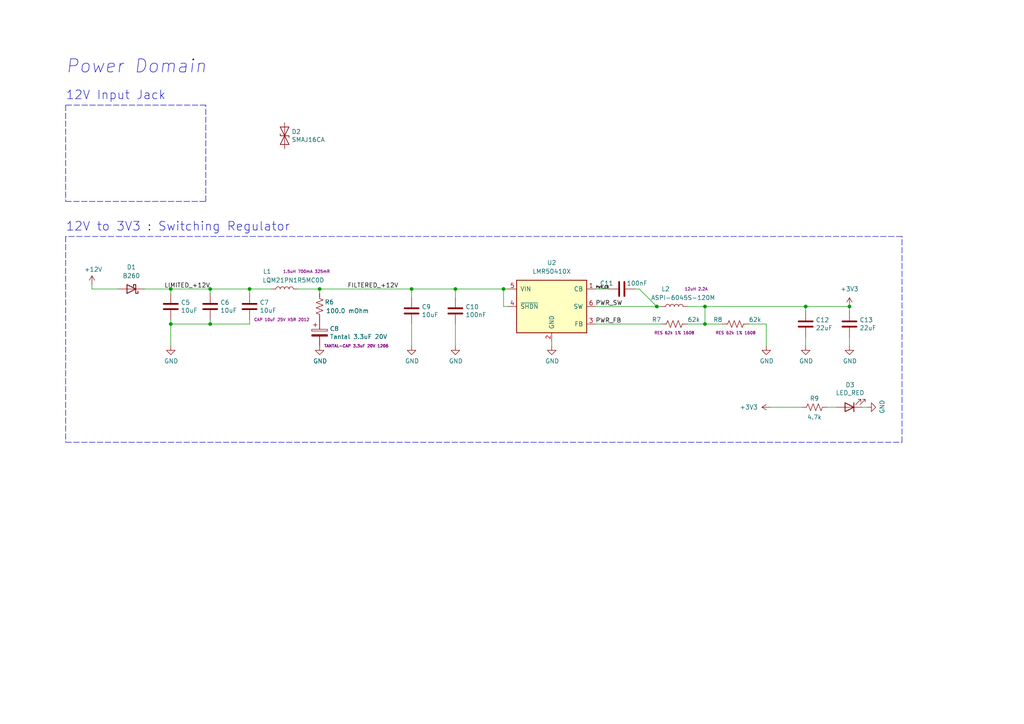
<source format=kicad_sch>
(kicad_sch (version 20210621) (generator eeschema)
  (paper "A4")
  (title_block (date "2021-07-20") (rev "0.1") (company "Jinwoo Park, pmnxis@gmail.com") (comment 2 "IoT automation & statics support gadget for") (comment 3 "arcade amusement machine with WLAN.") (comment 4 "CERN-OHL-S-2.0"))
  (lib_symbols
    (symbol "Device:C" (pin_numbers hide) (pin_names (offset 0.254))
      (property "Reference" "C" (at 0.635 2.54 0))
      (property "Value" "C" (at 0.635 -2.54 0))
      (symbol "C_0_1"
        (polyline (pts (xy -2.032 -0.762) (xy 2.032 -0.762)) (stroke (width 0.508)))
        (polyline (pts (xy -2.032 0.762) (xy 2.032 0.762)) (stroke (width 0.508)))
      )
      (symbol "C_1_1"
        (pin passive line (at 0 3.81 270) (length 2.794) (name "~") (number "1"))
        (pin passive line (at 0 -3.81 90) (length 2.794) (name "~") (number "2"))
      )
    )
    (symbol "Device:C_Polarized" (pin_numbers hide) (pin_names (offset 0.254))
      (property "Reference" "C" (at 0.635 2.54 0))
      (property "Value" "C_Polarized" (at 0.635 -2.54 0))
      (symbol "C_Polarized_0_1"
        (rectangle (start -2.286 0.508) (end 2.286 1.016))
        (rectangle (start 2.286 -0.508) (end -2.286 -1.016) (fill (type outline)))
        (polyline (pts (xy -1.778 2.286) (xy -0.762 2.286)))
        (polyline (pts (xy -1.27 2.794) (xy -1.27 1.778)))
      )
      (symbol "C_Polarized_1_1"
        (pin passive line (at 0 3.81 270) (length 2.794) (name "~") (number "1"))
        (pin passive line (at 0 -3.81 90) (length 2.794) (name "~") (number "2"))
      )
    )
    (symbol "Device:LED" (pin_numbers hide) (pin_names (offset 1.016) hide)
      (property "Reference" "D" (at 0 2.54 0))
      (property "Value" "LED" (at 0 -2.54 0))
      (symbol "LED_0_1"
        (polyline (pts (xy -1.27 -1.27) (xy -1.27 1.27)) (stroke (width 0.254)))
        (polyline (pts (xy -1.27 0) (xy 1.27 0)))
        (polyline (pts (xy 1.27 -1.27) (xy 1.27 1.27) (xy -1.27 0) (xy 1.27 -1.27)) (stroke (width 0.254)))
        (polyline (pts (xy -3.048 -0.762) (xy -4.572 -2.286) (xy -3.81 -2.286) (xy -4.572 -2.286) (xy -4.572 -1.524)))
        (polyline (pts (xy -1.778 -0.762) (xy -3.302 -2.286) (xy -2.54 -2.286) (xy -3.302 -2.286) (xy -3.302 -1.524)))
      )
      (symbol "LED_1_1"
        (pin passive line (at -3.81 0 0) (length 2.54) (name "K") (number "1"))
        (pin passive line (at 3.81 0 180) (length 2.54) (name "A") (number "2"))
      )
    )
    (symbol "Device:R_US" (pin_numbers hide) (pin_names (offset 0))
      (property "Reference" "R" (at 2.54 0 90))
      (property "Value" "R_US" (at -2.54 0 90))
      (symbol "R_US_0_1"
        (polyline (pts (xy 0 -2.286) (xy 0 -2.54)))
        (polyline (pts (xy 0 2.286) (xy 0 2.54)))
        (polyline (pts (xy 0 -0.762) (xy 1.016 -1.143) (xy 0 -1.524) (xy -1.016 -1.905) (xy 0 -2.286)))
        (polyline (pts (xy 0 0.762) (xy 1.016 0.381) (xy 0 0) (xy -1.016 -0.381) (xy 0 -0.762)))
        (polyline (pts (xy 0 2.286) (xy 1.016 1.905) (xy 0 1.524) (xy -1.016 1.143) (xy 0 0.762)))
      )
      (symbol "R_US_1_1"
        (pin passive line (at 0 3.81 270) (length 1.27) (name "~") (number "1"))
        (pin passive line (at 0 -3.81 90) (length 1.27) (name "~") (number "2"))
      )
    )
    (symbol "Diode:B260" (pin_numbers hide) (pin_names (offset 1.016) hide)
      (property "Reference" "D" (at 0 2.54 0))
      (property "Value" "B260" (at 0 -2.54 0))
      (symbol "B260_0_1"
        (polyline (pts (xy 1.27 0) (xy -1.27 0)))
        (polyline (pts (xy 1.27 1.27) (xy 1.27 -1.27) (xy -1.27 0) (xy 1.27 1.27)) (stroke (width 0.254)))
        (polyline (pts (xy -1.905 0.635) (xy -1.905 1.27) (xy -1.27 1.27) (xy -1.27 -1.27) (xy -0.635 -1.27) (xy -0.635 -0.635)) (stroke (width 0.254)))
      )
      (symbol "B260_1_1"
        (pin passive line (at -3.81 0 0) (length 2.54) (name "K") (number "1"))
        (pin passive line (at 3.81 0 180) (length 2.54) (name "A") (number "2"))
      )
    )
    (symbol "LambdaTail-HW-rescue:SD12_SOD323-Diode" (pin_numbers hide) (pin_names (offset 1.016) hide)
      (property "Reference" "D" (at 0 2.54 0))
      (property "Value" "SD12_SOD323-Diode" (at 0 -2.54 0))
      (symbol "SD12_SOD323-Diode_0_1"
        (polyline (pts (xy 1.27 0) (xy -1.27 0)))
        (polyline (pts (xy -2.54 -1.27) (xy 0 0) (xy -2.54 1.27) (xy -2.54 -1.27)) (stroke (width 0.2032)))
        (polyline (pts (xy 0.508 1.27) (xy 0 1.27) (xy 0 -1.27) (xy -0.508 -1.27)) (stroke (width 0.2032)))
        (polyline (pts (xy 2.54 1.27) (xy 2.54 -1.27) (xy 0 0) (xy 2.54 1.27)) (stroke (width 0.2032)))
      )
      (symbol "SD12_SOD323-Diode_1_1"
        (pin passive line (at -3.81 0 0) (length 2.54) (name "A1") (number "1"))
        (pin passive line (at 3.81 0 180) (length 2.54) (name "A2") (number "2"))
      )
    )
    (symbol "Power_Inductor_Extended:NR6028T4R7M" (pin_numbers hide) (pin_names (offset 1.016) hide)
      (property "Reference" "L" (at -1.27 -3.81 0))
      (property "Value" "NR6028T4R7M" (at -3.175 0 90))
      (property "ODR.Part#" "Power Inductor 4.7uH 2.7A" (at -1.27 -1.27 90))
      (symbol "NR6028T4R7M_0_1"
        (arc (start 0 -2.54) (end 0 -1.27) (radius (at 0 -1.905) (length 0.635) (angles -89.9 89.9)))
        (arc (start 0 -1.27) (end 0 0) (radius (at 0 -0.635) (length 0.635) (angles -89.9 89.9)))
        (arc (start 0 0) (end 0 1.27) (radius (at 0 0.635) (length 0.635) (angles -89.9 89.9)))
        (arc (start 0 1.27) (end 0 2.54) (radius (at 0 1.905) (length 0.635) (angles -89.9 89.9)))
      )
      (symbol "NR6028T4R7M_1_1"
        (pin passive line (at 0 3.81 270) (length 1.27) (name "1") (number "1"))
        (pin passive line (at 0 -3.81 90) (length 1.27) (name "2") (number "2"))
      )
    )
    (symbol "Regulator_Switching:LMR14206" (pin_names (offset 1.016))
      (property "Reference" "U" (at -10.16 11.43 0))
      (property "Value" "LMR14206" (at -10.16 8.89 0))
      (symbol "LMR14206_0_1"
        (rectangle (start -10.16 7.62) (end 10.16 -7.62) (stroke (width 0.254)) (fill (type background)))
      )
      (symbol "LMR14206_1_1"
        (pin input line (at 12.7 5.08 180) (length 2.54) (name "CB") (number "1"))
        (pin power_in line (at 0 -10.16 90) (length 2.54) (name "GND") (number "2"))
        (pin input line (at 12.7 -5.08 180) (length 2.54) (name "FB") (number "3"))
        (pin input line (at -12.7 0 0) (length 2.54) (name "~{SHDN}") (number "4"))
        (pin power_in line (at -12.7 5.08 0) (length 2.54) (name "VIN") (number "5"))
        (pin output line (at 12.7 0 180) (length 2.54) (name "SW") (number "6"))
      )
    )
    (symbol "power:+12V" (power) (pin_names (offset 0))
      (property "Value" "+12V" (at 0 3.556 0))
      (symbol "+12V_0_1"
        (polyline (pts (xy -0.762 1.27) (xy 0 2.54)))
        (polyline (pts (xy 0 0) (xy 0 2.54)))
        (polyline (pts (xy 0 2.54) (xy 0.762 1.27)))
      )
      (symbol "+12V_1_1"
        (pin power_in line (at 0 0 90) (length 0) hide (name "+12V") (number "1"))
      )
    )
    (symbol "power:+3.3V" (power) (pin_names (offset 0))
      (property "Value" "+3.3V" (at 0 3.556 0))
      (symbol "+3.3V_0_1"
        (polyline (pts (xy -0.762 1.27) (xy 0 2.54)))
        (polyline (pts (xy 0 0) (xy 0 2.54)))
        (polyline (pts (xy 0 2.54) (xy 0.762 1.27)))
      )
      (symbol "+3.3V_1_1"
        (pin power_in line (at 0 0 90) (length 0) hide (name "+3V3") (number "1"))
      )
    )
    (symbol "power:+3V3" (power) (pin_names (offset 0))
      (property "Value" "+3V3" (at 0 3.556 0))
      (symbol "+3V3_0_1"
        (polyline (pts (xy -0.762 1.27) (xy 0 2.54)))
        (polyline (pts (xy 0 0) (xy 0 2.54)))
        (polyline (pts (xy 0 2.54) (xy 0.762 1.27)))
      )
      (symbol "+3V3_1_1"
        (pin power_in line (at 0 0 90) (length 0) hide (name "+3V3") (number "1"))
      )
    )
    (symbol "power:GND" (power) (pin_names (offset 0))
      (property "Value" "GND" (at 0 -3.81 0))
      (symbol "GND_0_1"
        (polyline (pts (xy 0 0) (xy 0 -1.27) (xy 1.27 -1.27) (xy 0 -2.54) (xy -1.27 -1.27) (xy 0 -1.27)))
      )
      (symbol "GND_1_1"
        (pin power_in line (at 0 0 270) (length 0) hide (name "GND") (number "1"))
      )
    )
  )
  (junction (at 49.53 83.82))
  (junction (at 49.53 93.98))
  (junction (at 60.96 83.82))
  (junction (at 60.96 93.98))
  (junction (at 72.39 83.82))
  (junction (at 92.71 83.82))
  (junction (at 119.38 83.82))
  (junction (at 132.08 83.82))
  (junction (at 146.05 83.82))
  (junction (at 190.5 88.9))
  (junction (at 204.47 88.9))
  (junction (at 204.47 93.98))
  (junction (at 233.68 88.9))
  (junction (at 246.38 88.9))
  (wire (pts (xy 26.67 83.82) (xy 26.67 82.55)))
  (wire (pts (xy 34.29 83.82) (xy 26.67 83.82)))
  (wire (pts (xy 41.91 83.82) (xy 49.53 83.82)))
  (wire (pts (xy 49.53 83.82) (xy 60.96 83.82)))
  (wire (pts (xy 49.53 85.09) (xy 49.53 83.82)))
  (wire (pts (xy 49.53 92.71) (xy 49.53 93.98)))
  (wire (pts (xy 49.53 93.98) (xy 49.53 100.33)))
  (wire (pts (xy 49.53 93.98) (xy 60.96 93.98)))
  (wire (pts (xy 60.96 83.82) (xy 60.96 85.09)))
  (wire (pts (xy 60.96 83.82) (xy 72.39 83.82)))
  (wire (pts (xy 60.96 93.98) (xy 60.96 92.71)))
  (wire (pts (xy 60.96 93.98) (xy 72.39 93.98)))
  (wire (pts (xy 72.39 83.82) (xy 72.39 85.09)))
  (wire (pts (xy 72.39 83.82) (xy 78.74 83.82)))
  (wire (pts (xy 72.39 93.98) (xy 72.39 92.71)))
  (wire (pts (xy 86.36 83.82) (xy 92.71 83.82)))
  (wire (pts (xy 92.71 83.82) (xy 92.71 85.09)))
  (wire (pts (xy 92.71 83.82) (xy 119.38 83.82)))
  (wire (pts (xy 119.38 83.82) (xy 119.38 86.36)))
  (wire (pts (xy 119.38 83.82) (xy 132.08 83.82)))
  (wire (pts (xy 119.38 93.98) (xy 119.38 100.33)))
  (wire (pts (xy 132.08 83.82) (xy 132.08 86.36)))
  (wire (pts (xy 132.08 83.82) (xy 146.05 83.82)))
  (wire (pts (xy 132.08 93.98) (xy 132.08 100.33)))
  (wire (pts (xy 146.05 83.82) (xy 146.05 88.9)))
  (wire (pts (xy 146.05 83.82) (xy 147.32 83.82)))
  (wire (pts (xy 146.05 88.9) (xy 147.32 88.9)))
  (wire (pts (xy 160.02 99.06) (xy 160.02 100.33)))
  (wire (pts (xy 172.72 83.82) (xy 176.53 83.82)))
  (wire (pts (xy 172.72 88.9) (xy 190.5 88.9)))
  (wire (pts (xy 172.72 93.98) (xy 191.77 93.98)))
  (wire (pts (xy 184.15 83.82) (xy 185.42 83.82)))
  (wire (pts (xy 185.42 83.82) (xy 190.5 88.9)))
  (wire (pts (xy 190.5 88.9) (xy 191.77 88.9)))
  (wire (pts (xy 199.39 88.9) (xy 204.47 88.9)))
  (wire (pts (xy 199.39 93.98) (xy 204.47 93.98)))
  (wire (pts (xy 204.47 88.9) (xy 204.47 93.98)))
  (wire (pts (xy 204.47 88.9) (xy 233.68 88.9)))
  (wire (pts (xy 204.47 93.98) (xy 209.55 93.98)))
  (wire (pts (xy 222.25 93.98) (xy 217.17 93.98)))
  (wire (pts (xy 222.25 93.98) (xy 222.25 100.33)))
  (wire (pts (xy 232.41 118.11) (xy 223.52 118.11)))
  (wire (pts (xy 233.68 88.9) (xy 233.68 90.17)))
  (wire (pts (xy 233.68 88.9) (xy 246.38 88.9)))
  (wire (pts (xy 233.68 97.79) (xy 233.68 100.33)))
  (wire (pts (xy 240.03 118.11) (xy 242.57 118.11)))
  (wire (pts (xy 246.38 88.9) (xy 246.38 90.17)))
  (wire (pts (xy 246.38 97.79) (xy 246.38 100.33)))
  (wire (pts (xy 250.19 118.11) (xy 251.46 118.11)))
  (polyline (pts (xy 19.05 30.48) (xy 19.05 58.42)) (stroke (width 0) (type dash)))
  (polyline (pts (xy 19.05 58.42) (xy 59.69 58.42)) (stroke (width 0) (type dash)))
  (polyline (pts (xy 19.05 68.58) (xy 19.05 128.27)) (stroke (width 0) (type dash)))
  (polyline (pts (xy 19.05 128.27) (xy 261.62 128.27)) (stroke (width 0) (type dash)))
  (polyline (pts (xy 59.69 30.48) (xy 19.05 30.48)) (stroke (width 0) (type dash)))
  (polyline (pts (xy 59.69 58.42) (xy 59.69 30.48)) (stroke (width 0) (type dash)))
  (polyline (pts (xy 261.62 68.58) (xy 19.05 68.58)) (stroke (width 0) (type dash)))
  (polyline (pts (xy 261.62 128.27) (xy 261.62 68.58)) (stroke (width 0) (type dash)))
  (text "Power Domain" (at 19.05 21.59 0) (effects (font (size 3.81 3.81) italic) (justify left bottom)))
  (text "12V Input Jack" (at 19.05 29.21 0) (effects (font (size 2.54 2.54)) (justify left bottom)))
  (text "12V to 3V3 : Switching Regulator" (at 19.05 67.31 0) (effects (font (size 2.54 2.54)) (justify left bottom)))
  (label "LIMITED_+12V" (at 60.96 83.82 180))
  (label "FILTERED_+12V" (at 115.57 83.82 180))
  (label "PWR_CB" (at 172.72 83.82 0) (effects (font (size 0.635 0.635))))
  (label "PWR_SW" (at 172.72 88.9 0))
  (label "PWR_FB" (at 172.72 93.98 0))
  (symbol (lib_id "power:+12V") (at 26.67 82.55 0) (unit 1)
    (property "Reference" "#PWR011" (effects hide))
    (property "Value" "+12V" (at 27.051 78.1558 0))
  )
  (symbol (lib_id "power:+3V3") (at 223.52 118.11 90) (unit 1)
    (property "Reference" "#PWR018" (effects hide))
    (property "Value" "+3V3" (at 217.17 118.11 90))
  )
  (symbol (lib_id "power:+3.3V") (at 246.38 88.9 0) (unit 1)
    (property "Reference" "#PWR020" (effects hide))
    (property "Value" "+3.3V" (at 246.38 83.82 0))
  )
  (symbol (lib_id "power:GND") (at 49.53 100.33 0) (unit 1)
    (property "Reference" "#PWR012" (effects hide))
    (property "Value" "GND" (at 49.657 104.7242 0))
  )
  (symbol (lib_id "power:GND") (at 92.71 100.33 0) (unit 1)
    (property "Reference" "#PWR013" (effects hide))
    (property "Value" "GND" (at 92.837 104.7242 0))
  )
  (symbol (lib_id "power:GND") (at 119.38 100.33 0) (unit 1)
    (property "Reference" "#PWR014" (effects hide))
    (property "Value" "GND" (at 119.507 104.7242 0))
  )
  (symbol (lib_id "power:GND") (at 132.08 100.33 0) (unit 1)
    (property "Reference" "#PWR015" (effects hide))
    (property "Value" "GND" (at 132.207 104.7242 0))
  )
  (symbol (lib_id "power:GND") (at 160.02 100.33 0) (unit 1)
    (property "Reference" "#PWR016" (effects hide))
    (property "Value" "GND" (at 160.147 104.7242 0))
  )
  (symbol (lib_id "power:GND") (at 222.25 100.33 0) (unit 1)
    (property "Reference" "#PWR017" (effects hide))
    (property "Value" "GND" (at 222.377 104.7242 0))
  )
  (symbol (lib_id "power:GND") (at 233.68 100.33 0) (unit 1)
    (property "Reference" "#PWR019" (effects hide))
    (property "Value" "GND" (at 233.807 104.7242 0))
  )
  (symbol (lib_id "power:GND") (at 246.38 100.33 0) (unit 1)
    (property "Reference" "#PWR021" (effects hide))
    (property "Value" "GND" (at 246.507 104.7242 0))
  )
  (symbol (lib_id "power:GND") (at 251.46 118.11 90) (unit 1)
    (property "Reference" "#PWR022" (effects hide))
    (property "Value" "GND" (at 255.8542 117.983 0))
  )
  (symbol (lib_id "Power_Inductor_Extended:NR6028T4R7M") (at 82.55 83.82 90) (unit 1)
    (property "Reference" "L1" (at 77.47 78.74 90))
    (property "Value" "LQM21PN1R5MC0D" (at 85.09 81.28 90))
    (property "Footprint" "Inductor_SMD:L_0805_2012Metric" (effects hide))
    (property "MFR.Part#" "LQM21PN1R5MC0D" (effects hide))
    (property "ODR.Part#" "1.5uH 700mA 325mR" (at 88.9 78.74 90) (effects (font (size 0.8382 0.8382))))
    (property "Packaging" "L0805" (effects hide))
    (property "Supplier" "JLCPCB-Extended" (effects hide))
    (property "LCSC Part" "C184208" (effects hide))
    (property "Manufacturer" "Taiyo Yuden" (effects hide))
    (property "Mount" "SMD" (effects hide))
  )
  (symbol (lib_id "Power_Inductor_Extended:NR6028T4R7M") (at 195.58 88.9 90) (unit 1)
    (property "Reference" "L2" (at 193.04 83.82 90))
    (property "Value" "ASPI-6045S-120M" (at 198.12 86.36 90))
    (property "Footprint" "Power_Inductor_Extended:L_TDK_VLS6045EX" (effects hide))
    (property "Datasheet" "https://product.tdk.com/en/system/files?file=dam/doc/product/inductor/inductor/smd/catalog/inductor_commercial_power_vls6045ex_en.pdf" (effects hide))
    (property "MFR.Part#" "ASPI-6045S-120M" (effects hide))
    (property "ODR.Part#" "12uH 2.2A" (at 201.93 83.82 90) (effects (font (size 0.8382 0.8382))))
    (property "Packaging" "L_6.0*6.0*4.5" (effects hide))
    (property "Supplier" "JLCPCB-Extended" (effects hide))
    (property "LCSC Part" "C187451" (effects hide))
    (property "Manufacturer" "Abracon LLC" (effects hide))
    (property "Mount" "SMD" (effects hide))
  )
  (symbol (lib_id "Device:R_US") (at 92.71 88.9 180) (unit 1)
    (property "Reference" "R6" (at 96.8756 87.63 0) (effects (justify left)))
    (property "Value" "100.0 mOhm" (at 107.0356 90.17 0) (effects (justify left)))
    (property "Footprint" "Resistor_SMD:R_0402_1005Metric" (effects hide))
    (property "LCSC Part" "C25900" (effects hide))
    (property "MFR.Part#" "0402WGF4701TCE" (effects hide))
    (property "Manufacturer" "ANY" (effects hide))
    (property "Mount" "SMD" (effects hide))
    (property "ODR.Part#" "RES 4.7k 1005" (effects hide))
    (property "Packaging" "1005" (effects hide))
    (property "Supplier" "JLCPCB-Basic" (effects hide))
  )
  (symbol (lib_id "Device:R_US") (at 195.58 93.98 90) (unit 1)
    (property "Reference" "R7" (at 191.77 92.71 90) (effects (justify left)))
    (property "Value" "62k" (at 199.39 92.71 90) (effects (justify right)))
    (property "Footprint" "Resistor_SMD:R_0603_1608Metric" (effects hide))
    (property "ODR.Part#" "RES 62k 1% 1608" (at 195.58 96.52 90) (effects (font (size 0.8382 0.8382))))
    (property "LCSC Part" "C23221" (effects hide))
    (property "MFR.Part#" "0603WAF6202T5E" (effects hide))
    (property "Manufacturer" "ANY" (effects hide))
    (property "Mount" "SMD" (effects hide))
    (property "Packaging" "1608" (effects hide))
    (property "Supplier" "JLCPCB-Basic" (effects hide))
  )
  (symbol (lib_id "Device:R_US") (at 213.36 93.98 90) (unit 1)
    (property "Reference" "R8" (at 209.55 92.71 90) (effects (justify left)))
    (property "Value" "62k" (at 217.17 92.71 90) (effects (justify right)))
    (property "Footprint" "Resistor_SMD:R_0603_1608Metric" (effects hide))
    (property "ODR.Part#" "RES 62k 1% 1608" (at 213.36 96.52 90) (effects (font (size 0.8382 0.8382))))
    (property "LCSC Part" "C23221" (effects hide))
    (property "MFR.Part#" "0603WAF6202T5E" (effects hide))
    (property "Manufacturer" "ANY" (effects hide))
    (property "Mount" "SMD" (effects hide))
    (property "Packaging" "1608" (effects hide))
    (property "Supplier" "JLCPCB-Basic" (effects hide))
  )
  (symbol (lib_id "Device:R_US") (at 236.22 118.11 90) (unit 1)
    (property "Reference" "R9" (at 236.22 115.57 90))
    (property "Value" "4.7k" (at 236.22 121.0056 90))
    (property "Footprint" "Resistor_SMD:R_0402_1005Metric" (effects hide))
    (property "LCSC Part" "C25900" (effects hide))
    (property "MFR.Part#" "0402WGF4701TCE" (effects hide))
    (property "Manufacturer" "ANY" (effects hide))
    (property "Mount" "SMD" (effects hide))
    (property "ODR.Part#" "RES 4.7k 1005" (effects hide))
    (property "Packaging" "1005" (effects hide))
    (property "Supplier" "JLCPCB-Basic" (effects hide))
  )
  (symbol (lib_id "LambdaTail-HW-rescue:SD12_SOD323-Diode") (at 82.55 39.37 270) (unit 1)
    (property "Reference" "D2" (at 84.5566 38.2016 90) (effects (justify left)))
    (property "Value" "SMAJ16CA" (at 84.5566 40.513 90) (effects (justify left)))
    (property "Footprint" "Diode_SMD:D_SMA" (effects hide))
    (property "Datasheet" "https://www.littelfuse.com/~/media/electronics/datasheets/tvs_diode_arrays/littelfuse_tvs_diode_array_sd_c_datasheet.pdf.pdf" (effects hide))
    (property "LCSC Part" "C135970" (effects hide))
    (property "MFR.Part#" "SMAJ16CA" (effects hide))
    (property "Manufacturer" "ANY" (effects hide))
    (property "Mount" "SMD" (effects hide))
    (property "ODR.Part#" "SD12C-01FTG" (effects hide))
    (property "Packaging" "SOD-323" (effects hide))
    (property "Supplier" "JLCPCB-Extended" (effects hide))
  )
  (symbol (lib_id "Diode:B260") (at 38.1 83.82 180) (unit 1)
    (property "Reference" "D1" (at 38.1 77.47 0))
    (property "Value" "B260" (at 38.1 80.01 0))
    (property "Footprint" "Diode_SMD:D_SMB" (effects hide))
    (property "Datasheet" "http://www.jameco.com/Jameco/Products/ProdDS/1538777.pdf" (effects hide))
  )
  (symbol (lib_id "Device:LED") (at 246.38 118.11 180) (unit 1)
    (property "Reference" "D3" (at 246.5578 111.633 0))
    (property "Value" "LED_RED" (at 246.5578 113.9444 0))
    (property "Footprint" "LED_SMD:LED_0805_2012Metric" (effects hide))
    (property "Datasheet" "Foshan-NationStar-Optoelectronics-FC-2012HRK-620D_C84256.pdf" (effects hide))
    (property "LCSC Part" "C84256" (effects hide))
    (property "MFR.Part#" "FC-2012HRK-620D" (effects hide))
    (property "Manufacturer" "ANY" (effects hide))
    (property "Mount" "SMD" (effects hide))
    (property "ODR.Part#" "LED RED 2012" (effects hide))
    (property "Packaging" "2012" (effects hide))
    (property "Supplier" "JLCPCB-Basic" (effects hide))
  )
  (symbol (lib_id "Device:C") (at 49.53 88.9 0) (unit 1)
    (property "Reference" "C5" (at 52.451 87.7316 0) (effects (justify left)))
    (property "Value" "10uF" (at 52.451 90.043 0) (effects (justify left)))
    (property "Footprint" "Capacitor_SMD:C_0805_2012Metric" (effects hide))
    (property "Datasheet" "https://www.samsungsem.com/resources/file/global/support/product_catalog/MLCC.pdf" (effects hide))
    (property "LCSC Part" "C15850" (effects hide))
    (property "MFR.Part#" "GRM31CR61E106KA12L" (effects hide))
    (property "Manufacturer" "ANY" (effects hide))
    (property "Mount" "SMD" (effects hide))
    (property "ODR.Part#" "CAP 10uF 25V X5R 2012" (effects hide))
    (property "Packaging" "2012" (effects hide))
    (property "Supplier" "JLCPCB-Extended" (effects hide))
  )
  (symbol (lib_id "Device:C") (at 60.96 88.9 0) (unit 1)
    (property "Reference" "C6" (at 63.881 87.7316 0) (effects (justify left)))
    (property "Value" "10uF" (at 63.881 90.043 0) (effects (justify left)))
    (property "Footprint" "Capacitor_SMD:C_0805_2012Metric" (effects hide))
    (property "Datasheet" "https://www.samsungsem.com/resources/file/global/support/product_catalog/MLCC.pdf" (effects hide))
    (property "LCSC Part" "C15850" (effects hide))
    (property "MFR.Part#" "GRM31CR61E106KA12L" (effects hide))
    (property "Manufacturer" "ANY" (effects hide))
    (property "Mount" "SMD" (effects hide))
    (property "ODR.Part#" "CAP 10uF 25V X5R 2012" (effects hide))
    (property "Packaging" "2012" (effects hide))
    (property "Supplier" "JLCPCB-Extended" (effects hide))
  )
  (symbol (lib_id "Device:C") (at 72.39 88.9 0) (unit 1)
    (property "Reference" "C7" (at 75.311 87.7316 0) (effects (justify left)))
    (property "Value" "10uF" (at 75.311 90.043 0) (effects (justify left)))
    (property "Footprint" "Capacitor_SMD:C_0805_2012Metric" (effects hide))
    (property "Datasheet" "https://www.samsungsem.com/resources/file/global/support/product_catalog/MLCC.pdf" (effects hide))
    (property "LCSC Part" "C15850" (effects hide))
    (property "MFR.Part#" "GRM31CR61E106KA12L" (effects hide))
    (property "Manufacturer" "ANY" (effects hide))
    (property "Mount" "SMD" (effects hide))
    (property "ODR.Part#" "CAP 10uF 25V X5R 2012" (at 73.66 92.71 0) (effects (font (size 0.8382 0.8382)) (justify left)))
    (property "Packaging" "2012" (effects hide))
    (property "Supplier" "JLCPCB-Extended" (effects hide))
  )
  (symbol (lib_id "Device:C_Polarized") (at 92.71 96.52 0) (unit 1)
    (property "Reference" "C8" (at 95.631 95.3516 0) (effects (justify left)))
    (property "Value" "Tantal 3.3uF 20V" (at 95.631 97.663 0) (effects (justify left)))
    (property "Footprint" "Capacitor_Tantalum_SMD:CP_EIA-3216-18_Kemet-A" (effects hide))
    (property "LCSC Part" "xx" (effects hide))
    (property "MFR.Part#" "TPSA335K020R2500" (effects hide))
    (property "Manufacturer" "AVX" (effects hide))
    (property "Mount" "SMD" (effects hide))
    (property "ODR.Part#" "TANTAL-CAP 3.3uF 20V 1206" (at 93.98 100.33 0) (effects (font (size 0.8382 0.8382)) (justify left)))
    (property "Packaging" "C3216" (effects hide))
    (property "Supplier" "JLCPCB-Extended" (effects hide))
  )
  (symbol (lib_id "Device:C") (at 119.38 90.17 0) (unit 1)
    (property "Reference" "C9" (at 122.301 89.0016 0) (effects (justify left)))
    (property "Value" "10uF" (at 122.301 91.313 0) (effects (justify left)))
    (property "Footprint" "Capacitor_SMD:C_0805_2012Metric" (effects hide))
    (property "Datasheet" "https://www.samsungsem.com/resources/file/global/support/product_catalog/MLCC.pdf" (effects hide))
    (property "LCSC Part" "C15850" (effects hide))
    (property "MFR.Part#" "GRM31CR61E106KA12L" (effects hide))
    (property "Manufacturer" "ANY" (effects hide))
    (property "Mount" "SMD" (effects hide))
    (property "ODR.Part#" "CAP 10uF 25V X5R 2012" (effects hide))
    (property "Packaging" "2012" (effects hide))
    (property "Supplier" "JLCPCB-Extended" (effects hide))
  )
  (symbol (lib_id "Device:C") (at 132.08 90.17 0) (unit 1)
    (property "Reference" "C10" (at 135.001 89.0016 0) (effects (justify left)))
    (property "Value" "100nF" (at 135.001 91.313 0) (effects (justify left)))
    (property "Footprint" "Capacitor_SMD:C_0402_1005Metric" (effects hide))
    (property "Datasheet" "https://www.samsungsem.com/resources/file/global/support/product_catalog/MLCC.pdf" (effects hide))
    (property "LCSC Part" "C1525" (effects hide))
    (property "MFR.Part#" "CL05B104KO5NNNC" (effects hide))
    (property "Manufacturer" "ANY" (effects hide))
    (property "Mount" "SMD" (effects hide))
    (property "ODR.Part#" "CAP 100nF 1005" (effects hide))
    (property "Packaging" "1005" (effects hide))
    (property "Supplier" "JLCPCB-Basic" (effects hide))
  )
  (symbol (lib_id "Device:C") (at 180.34 83.82 90) (unit 1)
    (property "Reference" "C11" (at 177.9016 82.169 90) (effects (justify left)))
    (property "Value" "100nF" (at 187.833 82.169 90) (effects (justify left)))
    (property "Footprint" "Capacitor_SMD:C_0402_1005Metric" (effects hide))
    (property "Datasheet" "https://www.samsungsem.com/resources/file/global/support/product_catalog/MLCC.pdf" (effects hide))
    (property "LCSC Part" "C1525" (effects hide))
    (property "MFR.Part#" "CL05B104KO5NNNC" (effects hide))
    (property "Manufacturer" "ANY" (effects hide))
    (property "Mount" "SMD" (effects hide))
    (property "ODR.Part#" "CAP 100nF 1005" (effects hide))
    (property "Packaging" "1005" (effects hide))
    (property "Supplier" "JLCPCB-Basic" (effects hide))
  )
  (symbol (lib_id "Device:C") (at 233.68 93.98 0) (unit 1)
    (property "Reference" "C12" (at 236.601 92.8116 0) (effects (justify left)))
    (property "Value" "22uF" (at 236.601 95.123 0) (effects (justify left)))
    (property "Footprint" "Capacitor_SMD:C_0805_2012Metric" (effects hide))
    (property "Datasheet" "https://www.samsungsem.com/resources/file/global/support/product_catalog/MLCC.pdf" (effects hide))
    (property "LCSC Part" "C45783" (effects hide))
    (property "MFR.Part#" "CL21A226MAQNNNE" (effects hide))
    (property "Manufacturer" "ANY" (effects hide))
    (property "Mount" "SMD" (effects hide))
    (property "ODR.Part#" "CAP 22uF 25V 2012" (effects hide))
    (property "Packaging" "2012" (effects hide))
    (property "Supplier" "JLCPCB-Basic" (effects hide))
  )
  (symbol (lib_id "Device:C") (at 246.38 93.98 0) (unit 1)
    (property "Reference" "C13" (at 249.301 92.8116 0) (effects (justify left)))
    (property "Value" "22uF" (at 249.301 95.123 0) (effects (justify left)))
    (property "Footprint" "Capacitor_SMD:C_0805_2012Metric" (effects hide))
    (property "Datasheet" "https://www.samsungsem.com/resources/file/global/support/product_catalog/MLCC.pdf" (effects hide))
    (property "LCSC Part" "C45783" (effects hide))
    (property "MFR.Part#" "CL21A226MAQNNNE" (effects hide))
    (property "Manufacturer" "ANY" (effects hide))
    (property "Mount" "SMD" (effects hide))
    (property "ODR.Part#" "CAP 22uF 25V 2012" (effects hide))
    (property "Packaging" "2012" (effects hide))
    (property "Supplier" "JLCPCB-Basic" (effects hide))
  )
  (symbol (lib_id "Regulator_Switching:LMR14206") (at 160.02 88.9 0) (unit 1)
    (property "Reference" "U2" (at 160.02 76.2 0))
    (property "Value" "LMR50410X" (at 160.02 78.74 0))
    (property "Footprint" "Package_TO_SOT_SMD:SOT-23-6" (effects hide))
    (property "Datasheet" "http://www.ti.com/lit/ds/symlink/lmr14206.pdf" (effects hide))
  )
)
</source>
